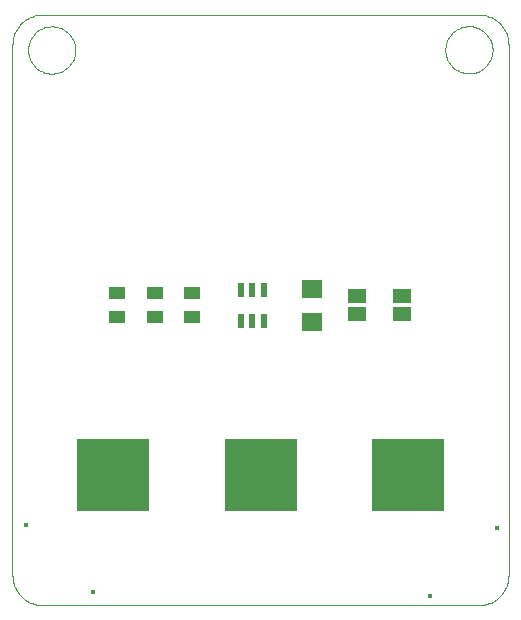
<source format=gtp>
G75*
G70*
%OFA0B0*%
%FSLAX24Y24*%
%IPPOS*%
%LPD*%
%AMOC8*
5,1,8,0,0,1.08239X$1,22.5*
%
%ADD10C,0.0000*%
%ADD11C,0.0004*%
%ADD12R,0.0217X0.0472*%
%ADD13R,0.2390X0.2390*%
%ADD14R,0.0709X0.0630*%
%ADD15R,0.0551X0.0433*%
%ADD16R,0.0630X0.0460*%
%ADD17R,0.0120X0.0120*%
D10*
X002243Y020379D02*
X002245Y020435D01*
X002251Y020490D01*
X002261Y020544D01*
X002274Y020598D01*
X002292Y020651D01*
X002313Y020702D01*
X002337Y020752D01*
X002365Y020800D01*
X002397Y020846D01*
X002431Y020890D01*
X002469Y020931D01*
X002509Y020969D01*
X002552Y021004D01*
X002597Y021036D01*
X002645Y021065D01*
X002694Y021091D01*
X002745Y021113D01*
X002797Y021131D01*
X002851Y021145D01*
X002906Y021156D01*
X002961Y021163D01*
X003016Y021166D01*
X003072Y021165D01*
X003127Y021160D01*
X003182Y021151D01*
X003236Y021139D01*
X003289Y021122D01*
X003341Y021102D01*
X003391Y021078D01*
X003439Y021051D01*
X003486Y021021D01*
X003530Y020987D01*
X003572Y020950D01*
X003610Y020910D01*
X003647Y020868D01*
X003680Y020823D01*
X003709Y020777D01*
X003736Y020728D01*
X003758Y020677D01*
X003778Y020625D01*
X003793Y020571D01*
X003805Y020517D01*
X003813Y020462D01*
X003817Y020407D01*
X003817Y020351D01*
X003813Y020296D01*
X003805Y020241D01*
X003793Y020187D01*
X003778Y020133D01*
X003758Y020081D01*
X003736Y020030D01*
X003709Y019981D01*
X003680Y019935D01*
X003647Y019890D01*
X003610Y019848D01*
X003572Y019808D01*
X003530Y019771D01*
X003486Y019737D01*
X003439Y019707D01*
X003391Y019680D01*
X003341Y019656D01*
X003289Y019636D01*
X003236Y019619D01*
X003182Y019607D01*
X003127Y019598D01*
X003072Y019593D01*
X003016Y019592D01*
X002961Y019595D01*
X002906Y019602D01*
X002851Y019613D01*
X002797Y019627D01*
X002745Y019645D01*
X002694Y019667D01*
X002645Y019693D01*
X002597Y019722D01*
X002552Y019754D01*
X002509Y019789D01*
X002469Y019827D01*
X002431Y019868D01*
X002397Y019912D01*
X002365Y019958D01*
X002337Y020006D01*
X002313Y020056D01*
X002292Y020107D01*
X002274Y020160D01*
X002261Y020214D01*
X002251Y020268D01*
X002245Y020323D01*
X002243Y020379D01*
X016153Y020385D02*
X016155Y020441D01*
X016161Y020496D01*
X016171Y020550D01*
X016184Y020604D01*
X016202Y020657D01*
X016223Y020708D01*
X016247Y020758D01*
X016275Y020806D01*
X016307Y020852D01*
X016341Y020896D01*
X016379Y020937D01*
X016419Y020975D01*
X016462Y021010D01*
X016507Y021042D01*
X016555Y021071D01*
X016604Y021097D01*
X016655Y021119D01*
X016707Y021137D01*
X016761Y021151D01*
X016816Y021162D01*
X016871Y021169D01*
X016926Y021172D01*
X016982Y021171D01*
X017037Y021166D01*
X017092Y021157D01*
X017146Y021145D01*
X017199Y021128D01*
X017251Y021108D01*
X017301Y021084D01*
X017349Y021057D01*
X017396Y021027D01*
X017440Y020993D01*
X017482Y020956D01*
X017520Y020916D01*
X017557Y020874D01*
X017590Y020829D01*
X017619Y020783D01*
X017646Y020734D01*
X017668Y020683D01*
X017688Y020631D01*
X017703Y020577D01*
X017715Y020523D01*
X017723Y020468D01*
X017727Y020413D01*
X017727Y020357D01*
X017723Y020302D01*
X017715Y020247D01*
X017703Y020193D01*
X017688Y020139D01*
X017668Y020087D01*
X017646Y020036D01*
X017619Y019987D01*
X017590Y019941D01*
X017557Y019896D01*
X017520Y019854D01*
X017482Y019814D01*
X017440Y019777D01*
X017396Y019743D01*
X017349Y019713D01*
X017301Y019686D01*
X017251Y019662D01*
X017199Y019642D01*
X017146Y019625D01*
X017092Y019613D01*
X017037Y019604D01*
X016982Y019599D01*
X016926Y019598D01*
X016871Y019601D01*
X016816Y019608D01*
X016761Y019619D01*
X016707Y019633D01*
X016655Y019651D01*
X016604Y019673D01*
X016555Y019699D01*
X016507Y019728D01*
X016462Y019760D01*
X016419Y019795D01*
X016379Y019833D01*
X016341Y019874D01*
X016307Y019918D01*
X016275Y019964D01*
X016247Y020012D01*
X016223Y020062D01*
X016202Y020113D01*
X016184Y020166D01*
X016171Y020220D01*
X016161Y020274D01*
X016155Y020329D01*
X016153Y020385D01*
D11*
X009597Y001875D02*
X002723Y001875D01*
X002663Y001877D01*
X002602Y001882D01*
X002543Y001891D01*
X002484Y001904D01*
X002425Y001920D01*
X002368Y001940D01*
X002313Y001963D01*
X002258Y001990D01*
X002206Y002019D01*
X002155Y002052D01*
X002106Y002088D01*
X002060Y002126D01*
X002016Y002168D01*
X001974Y002212D01*
X001936Y002258D01*
X001900Y002307D01*
X001867Y002358D01*
X001838Y002410D01*
X001811Y002465D01*
X001788Y002520D01*
X001768Y002577D01*
X001752Y002636D01*
X001739Y002695D01*
X001730Y002754D01*
X001725Y002815D01*
X001723Y002875D01*
X001723Y010930D01*
X001723Y020560D01*
X001725Y020620D01*
X001730Y020681D01*
X001739Y020740D01*
X001752Y020799D01*
X001768Y020858D01*
X001788Y020915D01*
X001811Y020970D01*
X001838Y021025D01*
X001867Y021077D01*
X001900Y021128D01*
X001936Y021177D01*
X001974Y021223D01*
X002016Y021267D01*
X002060Y021309D01*
X002106Y021347D01*
X002155Y021383D01*
X002206Y021416D01*
X002258Y021445D01*
X002313Y021472D01*
X002368Y021495D01*
X002425Y021515D01*
X002484Y021531D01*
X002543Y021544D01*
X002602Y021553D01*
X002663Y021558D01*
X002723Y021560D01*
X010385Y021560D01*
X017259Y021560D01*
X017319Y021558D01*
X017380Y021553D01*
X017439Y021544D01*
X017498Y021531D01*
X017557Y021515D01*
X017614Y021495D01*
X017669Y021472D01*
X017724Y021445D01*
X017776Y021416D01*
X017827Y021383D01*
X017876Y021347D01*
X017922Y021309D01*
X017966Y021267D01*
X018008Y021223D01*
X018046Y021177D01*
X018082Y021128D01*
X018115Y021077D01*
X018144Y021025D01*
X018171Y020970D01*
X018194Y020915D01*
X018214Y020858D01*
X018230Y020799D01*
X018243Y020740D01*
X018252Y020681D01*
X018257Y020620D01*
X018259Y020560D01*
X018259Y010142D01*
X018259Y002875D01*
X018257Y002815D01*
X018252Y002754D01*
X018243Y002695D01*
X018230Y002636D01*
X018214Y002577D01*
X018194Y002520D01*
X018171Y002465D01*
X018144Y002410D01*
X018115Y002358D01*
X018082Y002307D01*
X018046Y002258D01*
X018008Y002212D01*
X017966Y002168D01*
X017922Y002126D01*
X017876Y002088D01*
X017827Y002052D01*
X017776Y002019D01*
X017724Y001990D01*
X017669Y001963D01*
X017614Y001940D01*
X017557Y001920D01*
X017498Y001904D01*
X017439Y001891D01*
X017380Y001882D01*
X017319Y001877D01*
X017259Y001875D01*
X009597Y001875D01*
D12*
X009723Y011363D03*
X009349Y011363D03*
X010097Y011363D03*
X010097Y012386D03*
X009723Y012386D03*
X009349Y012386D03*
D13*
X009991Y006205D03*
X005070Y006205D03*
X014912Y006205D03*
D14*
X011723Y011323D03*
X011723Y012426D03*
D15*
X007723Y012268D03*
X007723Y011481D03*
X006473Y011481D03*
X006473Y012268D03*
X005223Y012268D03*
X005223Y011481D03*
D16*
X013223Y011575D03*
X013223Y012175D03*
X014723Y012175D03*
X014723Y011575D03*
D17*
X017863Y004440D03*
X015643Y002180D03*
X004418Y002329D03*
X002158Y004549D03*
M02*

</source>
